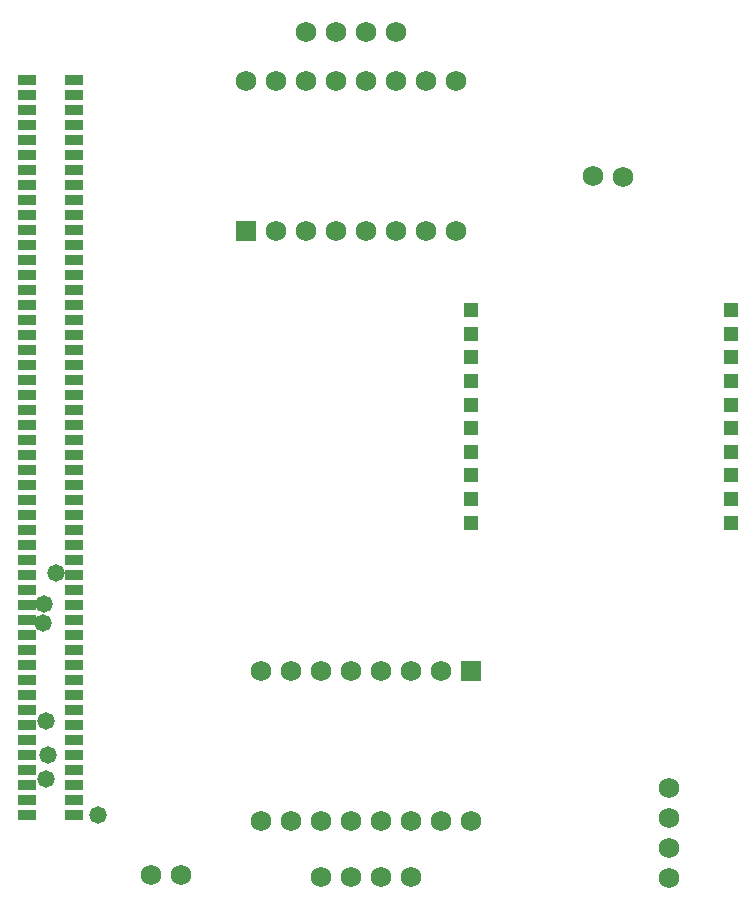
<source format=gts>
G04*
G04 #@! TF.GenerationSoftware,Altium Limited,Altium Designer,19.0.15 (446)*
G04*
G04 Layer_Color=8388736*
%FSLAX25Y25*%
%MOIN*%
G70*
G01*
G75*
%ADD17R,0.05717X0.03200*%
%ADD18R,0.06115X0.03599*%
%ADD19C,0.06800*%
%ADD20C,0.06902*%
%ADD21R,0.06902X0.06902*%
%ADD22R,0.04769X0.04769*%
%ADD23C,0.05800*%
D17*
X144700Y240598D02*
D03*
X160400D02*
D03*
X144700Y245598D02*
D03*
X160400D02*
D03*
X144700Y250598D02*
D03*
X160400D02*
D03*
X144700Y255598D02*
D03*
X160400D02*
D03*
X144700Y260598D02*
D03*
X160400D02*
D03*
X144700Y265598D02*
D03*
X160400D02*
D03*
X144700Y270598D02*
D03*
X160400D02*
D03*
X144700Y275598D02*
D03*
X160400D02*
D03*
X144700Y280598D02*
D03*
X160400D02*
D03*
X144700Y285598D02*
D03*
X160400D02*
D03*
X144700Y290598D02*
D03*
X160400D02*
D03*
X144700Y295598D02*
D03*
X160400D02*
D03*
X144700Y300598D02*
D03*
X160400D02*
D03*
X144700Y305598D02*
D03*
X160400D02*
D03*
X144700Y310598D02*
D03*
X160400D02*
D03*
X144700Y315598D02*
D03*
X160400D02*
D03*
X144700Y320598D02*
D03*
X160400D02*
D03*
X144700Y325598D02*
D03*
X160400D02*
D03*
X144700Y330598D02*
D03*
X160400D02*
D03*
X144700Y335598D02*
D03*
X160400D02*
D03*
X144700Y340598D02*
D03*
X160400D02*
D03*
X144700Y345598D02*
D03*
X160400D02*
D03*
X144700Y350598D02*
D03*
X160400D02*
D03*
X144700Y355598D02*
D03*
X160400D02*
D03*
X144700Y360598D02*
D03*
X160400D02*
D03*
X144700Y365598D02*
D03*
X160400D02*
D03*
X144700Y370598D02*
D03*
X160400D02*
D03*
X144700Y375598D02*
D03*
X160400D02*
D03*
X144700Y380598D02*
D03*
X160400D02*
D03*
X144700Y385598D02*
D03*
X160400D02*
D03*
X144700Y390598D02*
D03*
X160400D02*
D03*
X144700Y395598D02*
D03*
X160400D02*
D03*
X144700Y400598D02*
D03*
X160400D02*
D03*
X144700Y405598D02*
D03*
X160400D02*
D03*
X144700Y410598D02*
D03*
X160400D02*
D03*
X144700Y415598D02*
D03*
X160400D02*
D03*
X144700Y420598D02*
D03*
X160400D02*
D03*
X144700Y425598D02*
D03*
X160400D02*
D03*
X144700Y430598D02*
D03*
X160400D02*
D03*
X144700Y435598D02*
D03*
X160400D02*
D03*
X144700Y440598D02*
D03*
X160400D02*
D03*
X144700Y445598D02*
D03*
X160400D02*
D03*
X144700Y450598D02*
D03*
X160400D02*
D03*
X144700Y455598D02*
D03*
X160400D02*
D03*
X144700Y460598D02*
D03*
X160400D02*
D03*
X144700Y465598D02*
D03*
X160400D02*
D03*
X144700Y470598D02*
D03*
X160400D02*
D03*
X144700Y475598D02*
D03*
X160400D02*
D03*
X144700Y480598D02*
D03*
X160400D02*
D03*
X144700Y485598D02*
D03*
X160400D02*
D03*
D18*
X144700Y240600D02*
D03*
X160400D02*
D03*
X144700Y245600D02*
D03*
X160400D02*
D03*
X144700Y250600D02*
D03*
X160400D02*
D03*
X144700Y255600D02*
D03*
X160400D02*
D03*
X144700Y260600D02*
D03*
X160400D02*
D03*
X144700Y265600D02*
D03*
X160400D02*
D03*
X144700Y270600D02*
D03*
X160400D02*
D03*
X144700Y275600D02*
D03*
X160400D02*
D03*
X144700Y280600D02*
D03*
X160400D02*
D03*
X144700Y285600D02*
D03*
X160400D02*
D03*
X144700Y290600D02*
D03*
X160400D02*
D03*
X144700Y295600D02*
D03*
X160400D02*
D03*
X144700Y300600D02*
D03*
X160400D02*
D03*
X144700Y305600D02*
D03*
X160400D02*
D03*
X144700Y310600D02*
D03*
X160400D02*
D03*
X144700Y315600D02*
D03*
X160400D02*
D03*
X144700Y320600D02*
D03*
X160400D02*
D03*
X144700Y325600D02*
D03*
X160400D02*
D03*
X144700Y330600D02*
D03*
X160400D02*
D03*
X144700Y335600D02*
D03*
X160400D02*
D03*
X144700Y340600D02*
D03*
X160400D02*
D03*
X144700Y345600D02*
D03*
X160400D02*
D03*
X144700Y350600D02*
D03*
X160400D02*
D03*
X144700Y355600D02*
D03*
X160400D02*
D03*
X144700Y360600D02*
D03*
X160400D02*
D03*
X144700Y365600D02*
D03*
X160400D02*
D03*
X144700Y370600D02*
D03*
X160400D02*
D03*
X144700Y375600D02*
D03*
X160400D02*
D03*
X144700Y380600D02*
D03*
X160400D02*
D03*
X144700Y385600D02*
D03*
X160400D02*
D03*
X144700Y390600D02*
D03*
X160400D02*
D03*
X144700Y395600D02*
D03*
X160400D02*
D03*
X144700Y400600D02*
D03*
X160400D02*
D03*
X144700Y405600D02*
D03*
X160400D02*
D03*
X144700Y410600D02*
D03*
X160400D02*
D03*
X144700Y415600D02*
D03*
X160400D02*
D03*
X144700Y420600D02*
D03*
X160400D02*
D03*
X144700Y425600D02*
D03*
X160400D02*
D03*
X144700Y430600D02*
D03*
X160400D02*
D03*
X144700Y435600D02*
D03*
X160400D02*
D03*
X144700Y440600D02*
D03*
X160400D02*
D03*
X144700Y445600D02*
D03*
X160400D02*
D03*
X144700Y450600D02*
D03*
X160400D02*
D03*
X144700Y455600D02*
D03*
X160400D02*
D03*
X144700Y460600D02*
D03*
X160400D02*
D03*
X144700Y465600D02*
D03*
X160400D02*
D03*
X144700Y470600D02*
D03*
X160400D02*
D03*
X144700Y475600D02*
D03*
X160400D02*
D03*
X144700Y480600D02*
D03*
X160400D02*
D03*
X144700Y485600D02*
D03*
X160400D02*
D03*
D19*
X196000Y220500D02*
D03*
X186000D02*
D03*
X358600Y239500D02*
D03*
Y249500D02*
D03*
Y229500D02*
D03*
Y219400D02*
D03*
X333200Y453400D02*
D03*
X267800Y501600D02*
D03*
X343200Y453100D02*
D03*
X257800Y501600D02*
D03*
X247800D02*
D03*
X237800D02*
D03*
X242500Y219700D02*
D03*
X252500D02*
D03*
X262500D02*
D03*
X272500D02*
D03*
D20*
X287800Y485000D02*
D03*
X277800D02*
D03*
X267800D02*
D03*
X257800D02*
D03*
X247800D02*
D03*
X237800D02*
D03*
X227800D02*
D03*
X217800D02*
D03*
X287800Y435000D02*
D03*
X277800D02*
D03*
X267800D02*
D03*
X257800D02*
D03*
X247800D02*
D03*
X237800D02*
D03*
X227800D02*
D03*
X222500Y238300D02*
D03*
X232500D02*
D03*
X242500D02*
D03*
X252500D02*
D03*
X262500D02*
D03*
X272500D02*
D03*
X282500D02*
D03*
X292500D02*
D03*
X222500Y288300D02*
D03*
X232500D02*
D03*
X242500D02*
D03*
X252500D02*
D03*
X262500D02*
D03*
X272500D02*
D03*
X282500D02*
D03*
D21*
X217800Y435000D02*
D03*
X292500Y288300D02*
D03*
D22*
X292586Y408744D02*
D03*
Y400870D02*
D03*
Y392996D02*
D03*
Y385122D02*
D03*
Y377248D02*
D03*
Y369374D02*
D03*
Y361500D02*
D03*
Y353626D02*
D03*
Y345752D02*
D03*
Y337878D02*
D03*
X379200Y408744D02*
D03*
Y400870D02*
D03*
Y392996D02*
D03*
Y385122D02*
D03*
Y377248D02*
D03*
Y369374D02*
D03*
Y361500D02*
D03*
Y353626D02*
D03*
Y345752D02*
D03*
Y337878D02*
D03*
D23*
X168200Y240600D02*
D03*
X154200Y321100D02*
D03*
X151000Y271900D02*
D03*
X149907Y304400D02*
D03*
X150200Y310700D02*
D03*
X150900Y252400D02*
D03*
X151500Y260500D02*
D03*
M02*

</source>
